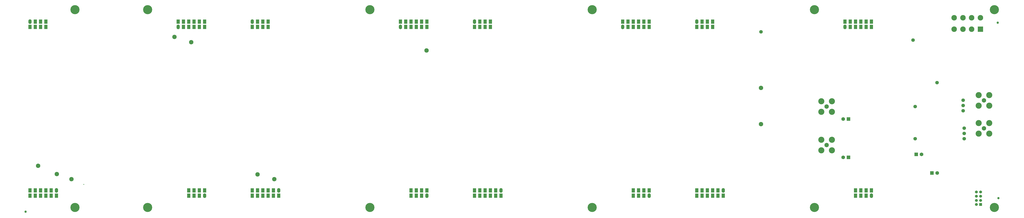
<source format=gbs>
G04*
G04 #@! TF.GenerationSoftware,Altium Limited,Altium Designer,24.2.2 (26)*
G04*
G04 Layer_Color=16711935*
%FSLAX44Y44*%
%MOMM*%
G71*
G04*
G04 #@! TF.SameCoordinates,0371AF83-7A96-47FB-919C-A551BA60538E*
G04*
G04*
G04 #@! TF.FilePolarity,Negative*
G04*
G01*
G75*
%ADD84C,1.7016*%
%ADD85C,1.7716*%
%ADD86R,1.7716X1.7716*%
%ADD87C,2.9400*%
%ADD88C,2.1000*%
%ADD89C,2.6416*%
%ADD90R,2.6416X2.6416*%
%ADD91R,1.3716X1.3716*%
%ADD92C,1.3716*%
%ADD93R,1.5240X2.0066*%
%ADD94R,1.5016X2.0066*%
%ADD95O,1.5240X2.2606*%
%ADD96C,1.1016*%
%ADD97C,2.1016*%
%ADD98C,0.3700*%
%ADD99C,4.3800*%
D84*
X4287000Y518000D02*
D03*
X4517000Y548800D02*
D03*
Y523400D02*
D03*
Y498000D02*
D03*
X4277000Y838000D02*
D03*
X4392000Y633000D02*
D03*
X4287000Y363000D02*
D03*
X4522000Y413800D02*
D03*
Y388400D02*
D03*
Y363000D02*
D03*
X3547000Y878000D02*
D03*
D85*
X3941600Y458000D02*
D03*
X4392400Y198000D02*
D03*
X4317400Y288000D02*
D03*
X3941600Y273000D02*
D03*
D86*
X3967000Y458000D02*
D03*
X4367000Y198000D02*
D03*
X4292000Y288000D02*
D03*
X3967000Y273000D02*
D03*
D87*
X4591600Y573400D02*
D03*
Y522600D02*
D03*
X4642400Y573400D02*
D03*
Y522600D02*
D03*
X3887400Y307600D02*
D03*
Y358400D02*
D03*
X3836600Y307600D02*
D03*
Y358400D02*
D03*
X3836600Y543400D02*
D03*
Y492600D02*
D03*
X3887400Y543400D02*
D03*
Y492600D02*
D03*
X4642400Y387600D02*
D03*
Y438400D02*
D03*
X4591600Y387600D02*
D03*
Y438400D02*
D03*
D88*
X4617000Y548000D02*
D03*
X3862000Y333000D02*
D03*
X3862000Y518000D02*
D03*
X4617000Y413000D02*
D03*
D89*
X4558000Y890500D02*
D03*
X4516000D02*
D03*
X4474000D02*
D03*
X4600000Y945500D02*
D03*
X4558000D02*
D03*
X4516000D02*
D03*
X4474000D02*
D03*
D90*
X4600000Y890500D02*
D03*
D91*
X4601050Y46200D02*
D03*
D92*
X4581050Y106200D02*
D03*
Y86200D02*
D03*
Y66200D02*
D03*
Y46200D02*
D03*
X4601050Y106200D02*
D03*
Y86200D02*
D03*
Y66200D02*
D03*
D93*
X88900Y901700D02*
D03*
X114300Y927100D02*
D03*
X88900D02*
D03*
X63500D02*
D03*
X114300Y901700D02*
D03*
Y114300D02*
D03*
X139700D02*
D03*
Y88900D02*
D03*
X88900D02*
D03*
X165100D02*
D03*
X88900Y114300D02*
D03*
X63500D02*
D03*
Y88900D02*
D03*
X38100Y114300D02*
D03*
Y88900D02*
D03*
X114300D02*
D03*
X1104900Y901700D02*
D03*
X1181100D02*
D03*
X1130300D02*
D03*
Y927100D02*
D03*
X1155700D02*
D03*
X1181100D02*
D03*
X1155700Y901700D02*
D03*
X876300Y114300D02*
D03*
X800100D02*
D03*
X850900D02*
D03*
Y88900D02*
D03*
X825500D02*
D03*
X800100D02*
D03*
X825500Y114300D02*
D03*
X1866900Y927100D02*
D03*
X1943100D02*
D03*
Y901700D02*
D03*
X1917700Y927100D02*
D03*
Y901700D02*
D03*
X1892300D02*
D03*
X1816100Y927100D02*
D03*
X1892300D02*
D03*
X1841500D02*
D03*
Y901700D02*
D03*
X1866900D02*
D03*
X2222500D02*
D03*
X2247900Y927100D02*
D03*
X2222500D02*
D03*
X2197100D02*
D03*
Y901700D02*
D03*
X2247900D02*
D03*
X2171700D02*
D03*
X3238500D02*
D03*
X3314700D02*
D03*
X3263900D02*
D03*
Y927100D02*
D03*
X3289300D02*
D03*
X3314700D02*
D03*
X3289300Y901700D02*
D03*
X2933700Y927100D02*
D03*
X3009900D02*
D03*
Y901700D02*
D03*
X2984500Y927100D02*
D03*
Y901700D02*
D03*
X2959100D02*
D03*
X2882900Y927100D02*
D03*
X2959100D02*
D03*
X2908300D02*
D03*
Y901700D02*
D03*
X2933700D02*
D03*
X4000500Y927100D02*
D03*
X4076700D02*
D03*
Y901700D02*
D03*
X4051300Y927100D02*
D03*
Y901700D02*
D03*
X4025900D02*
D03*
X3949700Y927100D02*
D03*
X4025900D02*
D03*
X3975100D02*
D03*
Y901700D02*
D03*
X4000500D02*
D03*
X4025900Y114300D02*
D03*
X4000500Y88900D02*
D03*
X4025900D02*
D03*
X4051300D02*
D03*
Y114300D02*
D03*
X4000500D02*
D03*
X4076700D02*
D03*
X3314700Y88900D02*
D03*
X3238500D02*
D03*
Y114300D02*
D03*
X3263900Y88900D02*
D03*
Y114300D02*
D03*
X3289300D02*
D03*
X3365500Y88900D02*
D03*
X3289300D02*
D03*
X3340100D02*
D03*
Y114300D02*
D03*
X3314700D02*
D03*
X3009900D02*
D03*
X2933700D02*
D03*
X2984500D02*
D03*
Y88900D02*
D03*
X2959100D02*
D03*
X2933700D02*
D03*
X2959100Y114300D02*
D03*
X2247900Y88900D02*
D03*
X2171700D02*
D03*
Y114300D02*
D03*
X2197100Y88900D02*
D03*
Y114300D02*
D03*
X2222500D02*
D03*
X2298700Y88900D02*
D03*
X2222500D02*
D03*
X2273300D02*
D03*
Y114300D02*
D03*
X2247900D02*
D03*
X1892300D02*
D03*
X1866900Y88900D02*
D03*
X1892300D02*
D03*
X1917700D02*
D03*
Y114300D02*
D03*
X1866900D02*
D03*
X1943100D02*
D03*
X1181100Y88900D02*
D03*
X1104900D02*
D03*
Y114300D02*
D03*
X1130300Y88900D02*
D03*
Y114300D02*
D03*
X1155700D02*
D03*
X1231900Y88900D02*
D03*
X1155700D02*
D03*
X1206500D02*
D03*
Y114300D02*
D03*
X1181100D02*
D03*
X800100Y927100D02*
D03*
X876300D02*
D03*
Y901700D02*
D03*
X850900Y927100D02*
D03*
Y901700D02*
D03*
X825500D02*
D03*
X749300Y927100D02*
D03*
X825500D02*
D03*
X774700D02*
D03*
Y901700D02*
D03*
X800100D02*
D03*
D94*
X63500D02*
D03*
X38100D02*
D03*
D95*
Y927100D02*
D03*
X165100Y114300D02*
D03*
X1104900Y927100D02*
D03*
X876300Y88900D02*
D03*
X1816100Y901700D02*
D03*
X2171700Y927100D02*
D03*
X3238500D02*
D03*
X2882900Y901700D02*
D03*
X3949700D02*
D03*
X4076700Y88900D02*
D03*
X3365500Y114300D02*
D03*
X3009900Y88900D02*
D03*
X2298700Y114300D02*
D03*
X1943100Y88900D02*
D03*
X1231900Y114300D02*
D03*
X749300Y901700D02*
D03*
D96*
X17000Y11750D02*
D03*
X4687000Y76750D02*
D03*
X4683250Y921750D02*
D03*
D97*
X3547000Y608000D02*
D03*
X1942000Y788000D02*
D03*
X237000Y168000D02*
D03*
X167000Y193000D02*
D03*
X77000Y233000D02*
D03*
X1130300Y191300D02*
D03*
X1211000Y168000D02*
D03*
X732000Y853000D02*
D03*
X812000Y828000D02*
D03*
X3547000Y433000D02*
D03*
D98*
X297000Y143000D02*
D03*
D99*
X603250Y984250D02*
D03*
X254000D02*
D03*
Y31750D02*
D03*
X603250D02*
D03*
X1670050D02*
D03*
X2736850D02*
D03*
X3803650D02*
D03*
X4667250D02*
D03*
Y984250D02*
D03*
X2736850D02*
D03*
X1670050D02*
D03*
X3803650D02*
D03*
M02*

</source>
